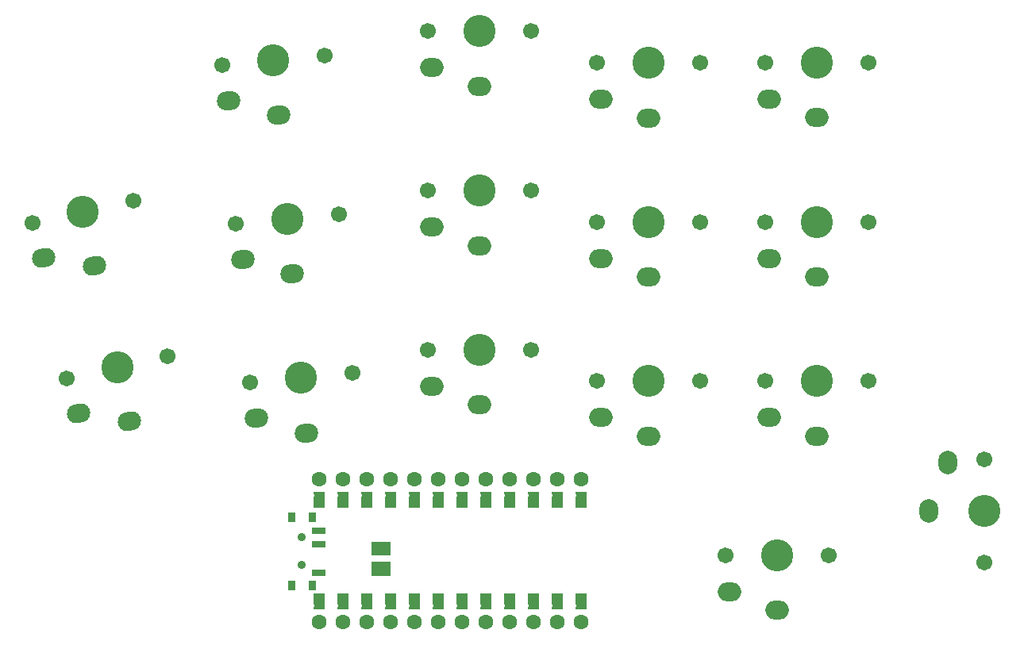
<source format=gbr>
G04 #@! TF.GenerationSoftware,KiCad,Pcbnew,6.0.0-d3dd2cf0fa~116~ubuntu20.04.1*
G04 #@! TF.CreationDate,2022-01-07T19:06:20-05:00*
G04 #@! TF.ProjectId,32_silk,33325f73-696c-46b2-9e6b-696361645f70,0.1*
G04 #@! TF.SameCoordinates,Original*
G04 #@! TF.FileFunction,Soldermask,Bot*
G04 #@! TF.FilePolarity,Negative*
%FSLAX46Y46*%
G04 Gerber Fmt 4.6, Leading zero omitted, Abs format (unit mm)*
G04 Created by KiCad (PCBNEW 6.0.0-d3dd2cf0fa~116~ubuntu20.04.1) date 2022-01-07 19:06:20*
%MOMM*%
%LPD*%
G01*
G04 APERTURE LIST*
G04 Aperture macros list*
%AMHorizOval*
0 Thick line with rounded ends*
0 $1 width*
0 $2 $3 position (X,Y) of the first rounded end (center of the circle)*
0 $4 $5 position (X,Y) of the second rounded end (center of the circle)*
0 Add line between two ends*
20,1,$1,$2,$3,$4,$5,0*
0 Add two circle primitives to create the rounded ends*
1,1,$1,$2,$3*
1,1,$1,$4,$5*%
%AMFreePoly0*
4,1,6,0.600000,0.200000,0.000000,-0.400000,-0.600000,0.200000,-0.600000,0.400000,0.600000,0.400000,0.600000,0.200000,0.600000,0.200000,$1*%
%AMFreePoly1*
4,1,6,0.600000,-0.250000,-0.600000,-0.250000,-0.600000,1.000000,0.000000,0.400000,0.600000,1.000000,0.600000,-0.250000,0.600000,-0.250000,$1*%
G04 Aperture macros list end*
%ADD10C,0.100000*%
%ADD11C,1.701800*%
%ADD12C,3.429000*%
%ADD13HorizOval,2.000000X0.244074X0.054110X-0.244074X-0.054110X0*%
%ADD14HorizOval,2.000000X0.249049X0.021789X-0.249049X-0.021789X0*%
%ADD15O,2.500000X2.000000*%
%ADD16O,2.000000X2.500000*%
%ADD17C,1.600000*%
%ADD18FreePoly0,0.000000*%
%ADD19FreePoly0,180.000000*%
%ADD20FreePoly1,180.000000*%
%ADD21FreePoly1,0.000000*%
%ADD22C,0.900000*%
G04 APERTURE END LIST*
D10*
X67681554Y-115138398D02*
X69681554Y-115138398D01*
X69681554Y-115138398D02*
X69681554Y-113738398D01*
X69681554Y-113738398D02*
X67681554Y-113738398D01*
X67681554Y-113738398D02*
X67681554Y-115138398D01*
G36*
X69681554Y-115138398D02*
G01*
X67681554Y-115138398D01*
X67681554Y-113738398D01*
X69681554Y-113738398D01*
X69681554Y-115138398D01*
G37*
X69681554Y-115138398D02*
X67681554Y-115138398D01*
X67681554Y-113738398D01*
X69681554Y-113738398D01*
X69681554Y-115138398D01*
X67681554Y-112938398D02*
X69681554Y-112938398D01*
X69681554Y-112938398D02*
X69681554Y-111538398D01*
X69681554Y-111538398D02*
X67681554Y-111538398D01*
X67681554Y-111538398D02*
X67681554Y-112938398D01*
G36*
X69681554Y-112938398D02*
G01*
X67681554Y-112938398D01*
X67681554Y-111538398D01*
X69681554Y-111538398D01*
X69681554Y-112938398D01*
G37*
X69681554Y-112938398D02*
X67681554Y-112938398D01*
X67681554Y-111538398D01*
X69681554Y-111538398D01*
X69681554Y-112938398D01*
X64182000Y-117606001D02*
X65198000Y-117606001D01*
X65198000Y-117606001D02*
X65198000Y-118622001D01*
X65198000Y-118622001D02*
X64182000Y-118622001D01*
X64182000Y-118622001D02*
X64182000Y-117606001D01*
G36*
X65198000Y-118622001D02*
G01*
X64182000Y-118622001D01*
X64182000Y-117606001D01*
X65198000Y-117606001D01*
X65198000Y-118622001D01*
G37*
X65198000Y-118622001D02*
X64182000Y-118622001D01*
X64182000Y-117606001D01*
X65198000Y-117606001D01*
X65198000Y-118622001D01*
X71802000Y-117606001D02*
X72818000Y-117606001D01*
X72818000Y-117606001D02*
X72818000Y-118622001D01*
X72818000Y-118622001D02*
X71802000Y-118622001D01*
X71802000Y-118622001D02*
X71802000Y-117606001D01*
G36*
X72818000Y-118622001D02*
G01*
X71802000Y-118622001D01*
X71802000Y-117606001D01*
X72818000Y-117606001D01*
X72818000Y-118622001D01*
G37*
X72818000Y-118622001D02*
X71802000Y-118622001D01*
X71802000Y-117606001D01*
X72818000Y-117606001D01*
X72818000Y-118622001D01*
X89582000Y-117606001D02*
X90598000Y-117606001D01*
X90598000Y-117606001D02*
X90598000Y-118622001D01*
X90598000Y-118622001D02*
X89582000Y-118622001D01*
X89582000Y-118622001D02*
X89582000Y-117606001D01*
G36*
X90598000Y-118622001D02*
G01*
X89582000Y-118622001D01*
X89582000Y-117606001D01*
X90598000Y-117606001D01*
X90598000Y-118622001D01*
G37*
X90598000Y-118622001D02*
X89582000Y-118622001D01*
X89582000Y-117606001D01*
X90598000Y-117606001D01*
X90598000Y-118622001D01*
X74342000Y-117606001D02*
X75358000Y-117606001D01*
X75358000Y-117606001D02*
X75358000Y-118622001D01*
X75358000Y-118622001D02*
X74342000Y-118622001D01*
X74342000Y-118622001D02*
X74342000Y-117606001D01*
G36*
X75358000Y-118622001D02*
G01*
X74342000Y-118622001D01*
X74342000Y-117606001D01*
X75358000Y-117606001D01*
X75358000Y-118622001D01*
G37*
X75358000Y-118622001D02*
X74342000Y-118622001D01*
X74342000Y-117606001D01*
X75358000Y-117606001D01*
X75358000Y-118622001D01*
X72818000Y-107446001D02*
X71802000Y-107446001D01*
X71802000Y-107446001D02*
X71802000Y-106430001D01*
X71802000Y-106430001D02*
X72818000Y-106430001D01*
X72818000Y-106430001D02*
X72818000Y-107446001D01*
G36*
X72818000Y-107446001D02*
G01*
X71802000Y-107446001D01*
X71802000Y-106430001D01*
X72818000Y-106430001D01*
X72818000Y-107446001D01*
G37*
X72818000Y-107446001D02*
X71802000Y-107446001D01*
X71802000Y-106430001D01*
X72818000Y-106430001D01*
X72818000Y-107446001D01*
X65198000Y-107446001D02*
X64182000Y-107446001D01*
X64182000Y-107446001D02*
X64182000Y-106430001D01*
X64182000Y-106430001D02*
X65198000Y-106430001D01*
X65198000Y-106430001D02*
X65198000Y-107446001D01*
G36*
X65198000Y-107446001D02*
G01*
X64182000Y-107446001D01*
X64182000Y-106430001D01*
X65198000Y-106430001D01*
X65198000Y-107446001D01*
G37*
X65198000Y-107446001D02*
X64182000Y-107446001D01*
X64182000Y-106430001D01*
X65198000Y-106430001D01*
X65198000Y-107446001D01*
X61642000Y-117606001D02*
X62658000Y-117606001D01*
X62658000Y-117606001D02*
X62658000Y-118622001D01*
X62658000Y-118622001D02*
X61642000Y-118622001D01*
X61642000Y-118622001D02*
X61642000Y-117606001D01*
G36*
X62658000Y-118622001D02*
G01*
X61642000Y-118622001D01*
X61642000Y-117606001D01*
X62658000Y-117606001D01*
X62658000Y-118622001D01*
G37*
X62658000Y-118622001D02*
X61642000Y-118622001D01*
X61642000Y-117606001D01*
X62658000Y-117606001D01*
X62658000Y-118622001D01*
X66722000Y-117606001D02*
X67738000Y-117606001D01*
X67738000Y-117606001D02*
X67738000Y-118622001D01*
X67738000Y-118622001D02*
X66722000Y-118622001D01*
X66722000Y-118622001D02*
X66722000Y-117606001D01*
G36*
X67738000Y-118622001D02*
G01*
X66722000Y-118622001D01*
X66722000Y-117606001D01*
X67738000Y-117606001D01*
X67738000Y-118622001D01*
G37*
X67738000Y-118622001D02*
X66722000Y-118622001D01*
X66722000Y-117606001D01*
X67738000Y-117606001D01*
X67738000Y-118622001D01*
X90598000Y-107446001D02*
X89582000Y-107446001D01*
X89582000Y-107446001D02*
X89582000Y-106430001D01*
X89582000Y-106430001D02*
X90598000Y-106430001D01*
X90598000Y-106430001D02*
X90598000Y-107446001D01*
G36*
X90598000Y-107446001D02*
G01*
X89582000Y-107446001D01*
X89582000Y-106430001D01*
X90598000Y-106430001D01*
X90598000Y-107446001D01*
G37*
X90598000Y-107446001D02*
X89582000Y-107446001D01*
X89582000Y-106430001D01*
X90598000Y-106430001D01*
X90598000Y-107446001D01*
X79422000Y-117606001D02*
X80438000Y-117606001D01*
X80438000Y-117606001D02*
X80438000Y-118622001D01*
X80438000Y-118622001D02*
X79422000Y-118622001D01*
X79422000Y-118622001D02*
X79422000Y-117606001D01*
G36*
X80438000Y-118622001D02*
G01*
X79422000Y-118622001D01*
X79422000Y-117606001D01*
X80438000Y-117606001D01*
X80438000Y-118622001D01*
G37*
X80438000Y-118622001D02*
X79422000Y-118622001D01*
X79422000Y-117606001D01*
X80438000Y-117606001D01*
X80438000Y-118622001D01*
X75358000Y-107446001D02*
X74342000Y-107446001D01*
X74342000Y-107446001D02*
X74342000Y-106430001D01*
X74342000Y-106430001D02*
X75358000Y-106430001D01*
X75358000Y-106430001D02*
X75358000Y-107446001D01*
G36*
X75358000Y-107446001D02*
G01*
X74342000Y-107446001D01*
X74342000Y-106430001D01*
X75358000Y-106430001D01*
X75358000Y-107446001D01*
G37*
X75358000Y-107446001D02*
X74342000Y-107446001D01*
X74342000Y-106430001D01*
X75358000Y-106430001D01*
X75358000Y-107446001D01*
X88058000Y-107446001D02*
X87042000Y-107446001D01*
X87042000Y-107446001D02*
X87042000Y-106430001D01*
X87042000Y-106430001D02*
X88058000Y-106430001D01*
X88058000Y-106430001D02*
X88058000Y-107446001D01*
G36*
X88058000Y-107446001D02*
G01*
X87042000Y-107446001D01*
X87042000Y-106430001D01*
X88058000Y-106430001D01*
X88058000Y-107446001D01*
G37*
X88058000Y-107446001D02*
X87042000Y-107446001D01*
X87042000Y-106430001D01*
X88058000Y-106430001D01*
X88058000Y-107446001D01*
X67738000Y-107446001D02*
X66722000Y-107446001D01*
X66722000Y-107446001D02*
X66722000Y-106430001D01*
X66722000Y-106430001D02*
X67738000Y-106430001D01*
X67738000Y-106430001D02*
X67738000Y-107446001D01*
G36*
X67738000Y-107446001D02*
G01*
X66722000Y-107446001D01*
X66722000Y-106430001D01*
X67738000Y-106430001D01*
X67738000Y-107446001D01*
G37*
X67738000Y-107446001D02*
X66722000Y-107446001D01*
X66722000Y-106430001D01*
X67738000Y-106430001D01*
X67738000Y-107446001D01*
X69262000Y-117606001D02*
X70278000Y-117606001D01*
X70278000Y-117606001D02*
X70278000Y-118622001D01*
X70278000Y-118622001D02*
X69262000Y-118622001D01*
X69262000Y-118622001D02*
X69262000Y-117606001D01*
G36*
X70278000Y-118622001D02*
G01*
X69262000Y-118622001D01*
X69262000Y-117606001D01*
X70278000Y-117606001D01*
X70278000Y-118622001D01*
G37*
X70278000Y-118622001D02*
X69262000Y-118622001D01*
X69262000Y-117606001D01*
X70278000Y-117606001D01*
X70278000Y-118622001D01*
X77898000Y-107446001D02*
X76882000Y-107446001D01*
X76882000Y-107446001D02*
X76882000Y-106430001D01*
X76882000Y-106430001D02*
X77898000Y-106430001D01*
X77898000Y-106430001D02*
X77898000Y-107446001D01*
G36*
X77898000Y-107446001D02*
G01*
X76882000Y-107446001D01*
X76882000Y-106430001D01*
X77898000Y-106430001D01*
X77898000Y-107446001D01*
G37*
X77898000Y-107446001D02*
X76882000Y-107446001D01*
X76882000Y-106430001D01*
X77898000Y-106430001D01*
X77898000Y-107446001D01*
X70278000Y-107446001D02*
X69262000Y-107446001D01*
X69262000Y-107446001D02*
X69262000Y-106430001D01*
X69262000Y-106430001D02*
X70278000Y-106430001D01*
X70278000Y-106430001D02*
X70278000Y-107446001D01*
G36*
X70278000Y-107446001D02*
G01*
X69262000Y-107446001D01*
X69262000Y-106430001D01*
X70278000Y-106430001D01*
X70278000Y-107446001D01*
G37*
X70278000Y-107446001D02*
X69262000Y-107446001D01*
X69262000Y-106430001D01*
X70278000Y-106430001D01*
X70278000Y-107446001D01*
X85518000Y-107446001D02*
X84502000Y-107446001D01*
X84502000Y-107446001D02*
X84502000Y-106430001D01*
X84502000Y-106430001D02*
X85518000Y-106430001D01*
X85518000Y-106430001D02*
X85518000Y-107446001D01*
G36*
X85518000Y-107446001D02*
G01*
X84502000Y-107446001D01*
X84502000Y-106430001D01*
X85518000Y-106430001D01*
X85518000Y-107446001D01*
G37*
X85518000Y-107446001D02*
X84502000Y-107446001D01*
X84502000Y-106430001D01*
X85518000Y-106430001D01*
X85518000Y-107446001D01*
X62658000Y-107446001D02*
X61642000Y-107446001D01*
X61642000Y-107446001D02*
X61642000Y-106430001D01*
X61642000Y-106430001D02*
X62658000Y-106430001D01*
X62658000Y-106430001D02*
X62658000Y-107446001D01*
G36*
X62658000Y-107446001D02*
G01*
X61642000Y-107446001D01*
X61642000Y-106430001D01*
X62658000Y-106430001D01*
X62658000Y-107446001D01*
G37*
X62658000Y-107446001D02*
X61642000Y-107446001D01*
X61642000Y-106430001D01*
X62658000Y-106430001D01*
X62658000Y-107446001D01*
X76882000Y-117606001D02*
X77898000Y-117606001D01*
X77898000Y-117606001D02*
X77898000Y-118622001D01*
X77898000Y-118622001D02*
X76882000Y-118622001D01*
X76882000Y-118622001D02*
X76882000Y-117606001D01*
G36*
X77898000Y-118622001D02*
G01*
X76882000Y-118622001D01*
X76882000Y-117606001D01*
X77898000Y-117606001D01*
X77898000Y-118622001D01*
G37*
X77898000Y-118622001D02*
X76882000Y-118622001D01*
X76882000Y-117606001D01*
X77898000Y-117606001D01*
X77898000Y-118622001D01*
X84502000Y-117606001D02*
X85518000Y-117606001D01*
X85518000Y-117606001D02*
X85518000Y-118622001D01*
X85518000Y-118622001D02*
X84502000Y-118622001D01*
X84502000Y-118622001D02*
X84502000Y-117606001D01*
G36*
X85518000Y-118622001D02*
G01*
X84502000Y-118622001D01*
X84502000Y-117606001D01*
X85518000Y-117606001D01*
X85518000Y-118622001D01*
G37*
X85518000Y-118622001D02*
X84502000Y-118622001D01*
X84502000Y-117606001D01*
X85518000Y-117606001D01*
X85518000Y-118622001D01*
X80438000Y-107446001D02*
X79422000Y-107446001D01*
X79422000Y-107446001D02*
X79422000Y-106430001D01*
X79422000Y-106430001D02*
X80438000Y-106430001D01*
X80438000Y-106430001D02*
X80438000Y-107446001D01*
G36*
X80438000Y-107446001D02*
G01*
X79422000Y-107446001D01*
X79422000Y-106430001D01*
X80438000Y-106430001D01*
X80438000Y-107446001D01*
G37*
X80438000Y-107446001D02*
X79422000Y-107446001D01*
X79422000Y-106430001D01*
X80438000Y-106430001D01*
X80438000Y-107446001D01*
X87042000Y-117606001D02*
X88058000Y-117606001D01*
X88058000Y-117606001D02*
X88058000Y-118622001D01*
X88058000Y-118622001D02*
X87042000Y-118622001D01*
X87042000Y-118622001D02*
X87042000Y-117606001D01*
G36*
X88058000Y-118622001D02*
G01*
X87042000Y-118622001D01*
X87042000Y-117606001D01*
X88058000Y-117606001D01*
X88058000Y-118622001D01*
G37*
X88058000Y-118622001D02*
X87042000Y-118622001D01*
X87042000Y-117606001D01*
X88058000Y-117606001D01*
X88058000Y-118622001D01*
X81962000Y-117606001D02*
X82978000Y-117606001D01*
X82978000Y-117606001D02*
X82978000Y-118622001D01*
X82978000Y-118622001D02*
X81962000Y-118622001D01*
X81962000Y-118622001D02*
X81962000Y-117606001D01*
G36*
X82978000Y-118622001D02*
G01*
X81962000Y-118622001D01*
X81962000Y-117606001D01*
X82978000Y-117606001D01*
X82978000Y-118622001D01*
G37*
X82978000Y-118622001D02*
X81962000Y-118622001D01*
X81962000Y-117606001D01*
X82978000Y-117606001D01*
X82978000Y-118622001D01*
X82978000Y-107446001D02*
X81962000Y-107446001D01*
X81962000Y-107446001D02*
X81962000Y-106430001D01*
X81962000Y-106430001D02*
X82978000Y-106430001D01*
X82978000Y-106430001D02*
X82978000Y-107446001D01*
G36*
X82978000Y-107446001D02*
G01*
X81962000Y-107446001D01*
X81962000Y-106430001D01*
X82978000Y-106430001D01*
X82978000Y-107446001D01*
G37*
X82978000Y-107446001D02*
X81962000Y-107446001D01*
X81962000Y-106430001D01*
X82978000Y-106430001D01*
X82978000Y-107446001D01*
X61306810Y-110617524D02*
X62706810Y-110617524D01*
X62706810Y-110617524D02*
X62706810Y-110017524D01*
X62706810Y-110017524D02*
X61306810Y-110017524D01*
X61306810Y-110017524D02*
X61306810Y-110617524D01*
G36*
X62706810Y-110617524D02*
G01*
X61306810Y-110617524D01*
X61306810Y-110017524D01*
X62706810Y-110017524D01*
X62706810Y-110617524D01*
G37*
X62706810Y-110617524D02*
X61306810Y-110617524D01*
X61306810Y-110017524D01*
X62706810Y-110017524D01*
X62706810Y-110617524D01*
X61306810Y-115117524D02*
X62706810Y-115117524D01*
X62706810Y-115117524D02*
X62706810Y-114517524D01*
X62706810Y-114517524D02*
X61306810Y-114517524D01*
X61306810Y-114517524D02*
X61306810Y-115117524D01*
G36*
X62706810Y-115117524D02*
G01*
X61306810Y-115117524D01*
X61306810Y-114517524D01*
X62706810Y-114517524D01*
X62706810Y-115117524D01*
G37*
X62706810Y-115117524D02*
X61306810Y-115117524D01*
X61306810Y-114517524D01*
X62706810Y-114517524D01*
X62706810Y-115117524D01*
X58806810Y-109367524D02*
X59506810Y-109367524D01*
X59506810Y-109367524D02*
X59506810Y-108467524D01*
X59506810Y-108467524D02*
X58806810Y-108467524D01*
X58806810Y-108467524D02*
X58806810Y-109367524D01*
G36*
X59506810Y-109367524D02*
G01*
X58806810Y-109367524D01*
X58806810Y-108467524D01*
X59506810Y-108467524D01*
X59506810Y-109367524D01*
G37*
X59506810Y-109367524D02*
X58806810Y-109367524D01*
X58806810Y-108467524D01*
X59506810Y-108467524D01*
X59506810Y-109367524D01*
X61306810Y-112117524D02*
X62706810Y-112117524D01*
X62706810Y-112117524D02*
X62706810Y-111517524D01*
X62706810Y-111517524D02*
X61306810Y-111517524D01*
X61306810Y-111517524D02*
X61306810Y-112117524D01*
G36*
X62706810Y-112117524D02*
G01*
X61306810Y-112117524D01*
X61306810Y-111517524D01*
X62706810Y-111517524D01*
X62706810Y-112117524D01*
G37*
X62706810Y-112117524D02*
X61306810Y-112117524D01*
X61306810Y-111517524D01*
X62706810Y-111517524D01*
X62706810Y-112117524D01*
X58806810Y-116667524D02*
X59506810Y-116667524D01*
X59506810Y-116667524D02*
X59506810Y-115767524D01*
X59506810Y-115767524D02*
X58806810Y-115767524D01*
X58806810Y-115767524D02*
X58806810Y-116667524D01*
G36*
X59506810Y-116667524D02*
G01*
X58806810Y-116667524D01*
X58806810Y-115767524D01*
X59506810Y-115767524D01*
X59506810Y-116667524D01*
G37*
X59506810Y-116667524D02*
X58806810Y-116667524D01*
X58806810Y-115767524D01*
X59506810Y-115767524D01*
X59506810Y-116667524D01*
X61006810Y-109367524D02*
X61706810Y-109367524D01*
X61706810Y-109367524D02*
X61706810Y-108467524D01*
X61706810Y-108467524D02*
X61006810Y-108467524D01*
X61006810Y-108467524D02*
X61006810Y-109367524D01*
G36*
X61706810Y-109367524D02*
G01*
X61006810Y-109367524D01*
X61006810Y-108467524D01*
X61706810Y-108467524D01*
X61706810Y-109367524D01*
G37*
X61706810Y-109367524D02*
X61006810Y-109367524D01*
X61006810Y-108467524D01*
X61706810Y-108467524D01*
X61706810Y-109367524D01*
X61006810Y-116667524D02*
X61706810Y-116667524D01*
X61706810Y-116667524D02*
X61706810Y-115767524D01*
X61706810Y-115767524D02*
X61006810Y-115767524D01*
X61006810Y-115767524D02*
X61006810Y-116667524D01*
G36*
X61706810Y-116667524D02*
G01*
X61006810Y-116667524D01*
X61006810Y-115767524D01*
X61706810Y-115767524D01*
X61706810Y-116667524D01*
G37*
X61706810Y-116667524D02*
X61006810Y-116667524D01*
X61006810Y-115767524D01*
X61706810Y-115767524D01*
X61706810Y-116667524D01*
D11*
X42265152Y-75137557D03*
D12*
X36895524Y-76327975D03*
D11*
X31525896Y-77518393D03*
D13*
X32760529Y-81239371D03*
X38172518Y-82088121D03*
D12*
X57238860Y-60190585D03*
D11*
X51759789Y-60669942D03*
X62717931Y-59711228D03*
D14*
X52498174Y-64520239D03*
X57753079Y-66068134D03*
D12*
X79244393Y-57058851D03*
D11*
X73744393Y-57058851D03*
X84744393Y-57058851D03*
D15*
X74144393Y-60958851D03*
X79244393Y-62958851D03*
D12*
X97233086Y-60427567D03*
D11*
X91733086Y-60427567D03*
X102733086Y-60427567D03*
D15*
X92133086Y-64327567D03*
X97233086Y-66327567D03*
D12*
X115225000Y-60425000D03*
D11*
X109725000Y-60425000D03*
X120725000Y-60425000D03*
D15*
X110125000Y-64325000D03*
X115225000Y-66325000D03*
D12*
X40575000Y-92925000D03*
D11*
X45944628Y-91734582D03*
X35205372Y-94115418D03*
D13*
X36440005Y-97836396D03*
X41851994Y-98685146D03*
D12*
X58720502Y-77125901D03*
D11*
X64199573Y-76646544D03*
X53241431Y-77605258D03*
D14*
X53979816Y-81455555D03*
X59234721Y-83003450D03*
D11*
X73744389Y-74058851D03*
X84744389Y-74058851D03*
D12*
X79244389Y-74058851D03*
D15*
X74144389Y-77958851D03*
X79244389Y-79958851D03*
D11*
X102733093Y-77427564D03*
D12*
X97233093Y-77427564D03*
D11*
X91733093Y-77427564D03*
D15*
X92133093Y-81327564D03*
X97233093Y-83327564D03*
D12*
X115225000Y-77424999D03*
D11*
X120725000Y-77424999D03*
X109725000Y-77424999D03*
D15*
X110125000Y-81324999D03*
X115225000Y-83324999D03*
D11*
X54723079Y-94540566D03*
X65681221Y-93581852D03*
D12*
X60202150Y-94061209D03*
D14*
X55461464Y-98390863D03*
X60716369Y-99938758D03*
D12*
X79244382Y-91058862D03*
D11*
X73744382Y-91058862D03*
X84744382Y-91058862D03*
D15*
X74144382Y-94958862D03*
X79244382Y-96958862D03*
D12*
X97233093Y-94427566D03*
D11*
X102733093Y-94427566D03*
X91733093Y-94427566D03*
D15*
X92133093Y-98327566D03*
X97233093Y-100327566D03*
D12*
X110950000Y-113000000D03*
D11*
X116450000Y-113000000D03*
X105450000Y-113000000D03*
D15*
X105850000Y-116900000D03*
X110950000Y-118900000D03*
D11*
X133025000Y-113750000D03*
D12*
X133025000Y-108250000D03*
D11*
X133025000Y-102750000D03*
D16*
X129125000Y-103150000D03*
X127125000Y-108250000D03*
D17*
X62150000Y-120146001D03*
X72310000Y-104906001D03*
D18*
X85010000Y-106684001D03*
D19*
X82470000Y-118368001D03*
D17*
X67230000Y-104906001D03*
D18*
X77390000Y-106684001D03*
D17*
X69770000Y-120146001D03*
X74850000Y-120146001D03*
D19*
X85010000Y-118368001D03*
X72310000Y-118368001D03*
D17*
X77390000Y-104906001D03*
D18*
X64690000Y-106684001D03*
D17*
X90090000Y-104906001D03*
D18*
X82470000Y-106684001D03*
D19*
X77390000Y-118368001D03*
X67230000Y-118368001D03*
D17*
X64690000Y-120146001D03*
X82470000Y-104906001D03*
D19*
X90090000Y-118368001D03*
D18*
X87550000Y-106684001D03*
D17*
X74850000Y-104906001D03*
D19*
X87550000Y-118368001D03*
D17*
X62150000Y-104906001D03*
D19*
X64690000Y-118368001D03*
D17*
X79930000Y-104906001D03*
X69770000Y-104906001D03*
X67230000Y-120146001D03*
X87550000Y-120146001D03*
D19*
X79930000Y-118368001D03*
D17*
X77390000Y-120146001D03*
D18*
X90090000Y-106684001D03*
D19*
X74850000Y-118368001D03*
D17*
X85010000Y-120146001D03*
D18*
X62150000Y-106684001D03*
D17*
X64690000Y-104906001D03*
D18*
X79930000Y-106684001D03*
X74850000Y-106684001D03*
X72310000Y-106684001D03*
D17*
X72310000Y-120146001D03*
D18*
X67230000Y-106684001D03*
D17*
X82470000Y-120146001D03*
X90090000Y-120146001D03*
X79930000Y-120146001D03*
D19*
X69770000Y-118368001D03*
D17*
X87550000Y-104906001D03*
D19*
X62150000Y-118368001D03*
D17*
X85010000Y-104906001D03*
D18*
X69770000Y-106684001D03*
D20*
X62150000Y-117352001D03*
X64690000Y-117352001D03*
X67230000Y-117352001D03*
X69770000Y-117352001D03*
X72310000Y-117352001D03*
X74850000Y-117352001D03*
X77390000Y-117352001D03*
X79930000Y-117352001D03*
X82470000Y-117352001D03*
X85010000Y-117352001D03*
X87550000Y-117352001D03*
X90090000Y-117352001D03*
D21*
X90090000Y-107700001D03*
X87550000Y-107700001D03*
X85010000Y-107700001D03*
X82470000Y-107700001D03*
X79930000Y-107700001D03*
X77390000Y-107700001D03*
X74850000Y-107700001D03*
X72310000Y-107700001D03*
X69770000Y-107700001D03*
X67230000Y-107700001D03*
X64690000Y-107700001D03*
X62150000Y-107700001D03*
D22*
X60256810Y-111067524D03*
X60256810Y-114067524D03*
X60256810Y-111067524D03*
X60256810Y-114067524D03*
D11*
X109725000Y-94422430D03*
D12*
X115225000Y-94422430D03*
D11*
X120725000Y-94422430D03*
D15*
X110125000Y-98322430D03*
X115225000Y-100322430D03*
M02*

</source>
